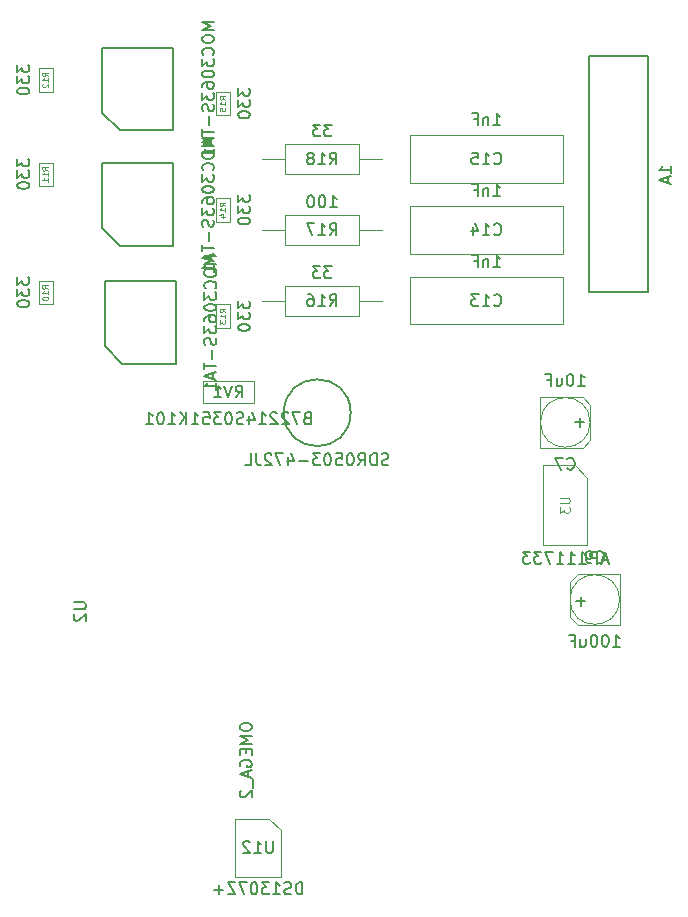
<source format=gbr>
G04 #@! TF.GenerationSoftware,KiCad,Pcbnew,5.0.0-rc2-unknown-bfa8903~65~ubuntu16.04.1*
G04 #@! TF.CreationDate,2018-06-03T14:39:05-05:00*
G04 #@! TF.ProjectId,omega-dock-new,6F6D6567612D646F636B2D6E65772E6B,rev?*
G04 #@! TF.SameCoordinates,Original*
G04 #@! TF.FileFunction,Other,Fab,Bot*
%FSLAX46Y46*%
G04 Gerber Fmt 4.6, Leading zero omitted, Abs format (unit mm)*
G04 Created by KiCad (PCBNEW 5.0.0-rc2-unknown-bfa8903~65~ubuntu16.04.1) date Sun Jun  3 14:39:05 2018*
%MOMM*%
%LPD*%
G01*
G04 APERTURE LIST*
%ADD10C,0.100000*%
%ADD11C,0.150000*%
%ADD12C,0.080000*%
%ADD13C,0.120000*%
G04 APERTURE END LIST*
D10*
G04 #@! TO.C,C13*
X146821244Y-85703214D02*
X146821244Y-81703214D01*
X146821244Y-81703214D02*
X159821244Y-81703214D01*
X159821244Y-81703214D02*
X159821244Y-85703214D01*
X159821244Y-85703214D02*
X146821244Y-85703214D01*
G04 #@! TO.C,C14*
X146821244Y-79703214D02*
X146821244Y-75703214D01*
X146821244Y-75703214D02*
X159821244Y-75703214D01*
X159821244Y-75703214D02*
X159821244Y-79703214D01*
X159821244Y-79703214D02*
X146821244Y-79703214D01*
G04 #@! TO.C,R10*
X115400000Y-84000000D02*
X116600000Y-84000000D01*
X116600000Y-84000000D02*
X116600000Y-82000000D01*
X116600000Y-82000000D02*
X115400000Y-82000000D01*
X115400000Y-82000000D02*
X115400000Y-84000000D01*
G04 #@! TO.C,R11*
X115400000Y-74000000D02*
X116600000Y-74000000D01*
X116600000Y-74000000D02*
X116600000Y-72000000D01*
X116600000Y-72000000D02*
X115400000Y-72000000D01*
X115400000Y-72000000D02*
X115400000Y-74000000D01*
G04 #@! TO.C,R12*
X115400000Y-64000000D02*
X115400000Y-66000000D01*
X116600000Y-64000000D02*
X115400000Y-64000000D01*
X116600000Y-66000000D02*
X116600000Y-64000000D01*
X115400000Y-66000000D02*
X116600000Y-66000000D01*
G04 #@! TO.C,RV1*
X133650000Y-90480000D02*
X133650000Y-92380000D01*
X133650000Y-92380000D02*
X129350000Y-92380000D01*
X129350000Y-92380000D02*
X129350000Y-90480000D01*
X129350000Y-90480000D02*
X133650000Y-90480000D01*
D11*
G04 #@! TO.C,U5*
X127000000Y-89040000D02*
X127000000Y-82040000D01*
X122500000Y-89040000D02*
X127000000Y-89040000D01*
X121000000Y-87540000D02*
X122500000Y-89040000D01*
X121000000Y-82040000D02*
X121000000Y-87540000D01*
X127000000Y-82040000D02*
X121000000Y-82040000D01*
G04 #@! TO.C,U6*
X126802500Y-72040000D02*
X120802500Y-72040000D01*
X120802500Y-72040000D02*
X120802500Y-77540000D01*
X120802500Y-77540000D02*
X122302500Y-79040000D01*
X122302500Y-79040000D02*
X126802500Y-79040000D01*
X126802500Y-79040000D02*
X126802500Y-72040000D01*
G04 #@! TO.C,U7*
X126802500Y-62264048D02*
X120802500Y-62264048D01*
X120802500Y-62264048D02*
X120802500Y-67764048D01*
X120802500Y-67764048D02*
X122302500Y-69264048D01*
X122302500Y-69264048D02*
X126802500Y-69264048D01*
X126802500Y-69264048D02*
X126802500Y-62264048D01*
D10*
G04 #@! TO.C,C15*
X146821244Y-73703214D02*
X146821244Y-69703214D01*
X146821244Y-69703214D02*
X159821244Y-69703214D01*
X159821244Y-69703214D02*
X159821244Y-73703214D01*
X159821244Y-73703214D02*
X146821244Y-73703214D01*
G04 #@! TO.C,R16*
X144481244Y-83703214D02*
X142551244Y-83703214D01*
X134321244Y-83703214D02*
X136251244Y-83703214D01*
X142551244Y-84953214D02*
X136251244Y-84953214D01*
X142551244Y-82453214D02*
X142551244Y-84953214D01*
X136251244Y-82453214D02*
X142551244Y-82453214D01*
X136251244Y-84953214D02*
X136251244Y-82453214D01*
G04 #@! TO.C,R17*
X136251244Y-78953214D02*
X136251244Y-76453214D01*
X136251244Y-76453214D02*
X142551244Y-76453214D01*
X142551244Y-76453214D02*
X142551244Y-78953214D01*
X142551244Y-78953214D02*
X136251244Y-78953214D01*
X134321244Y-77703214D02*
X136251244Y-77703214D01*
X144481244Y-77703214D02*
X142551244Y-77703214D01*
G04 #@! TO.C,R18*
X136251244Y-72953214D02*
X136251244Y-70453214D01*
X136251244Y-70453214D02*
X142551244Y-70453214D01*
X142551244Y-70453214D02*
X142551244Y-72953214D01*
X142551244Y-72953214D02*
X136251244Y-72953214D01*
X134321244Y-71703214D02*
X136251244Y-71703214D01*
X144481244Y-71703214D02*
X142551244Y-71703214D01*
D11*
G04 #@! TO.C,L2*
X141828427Y-93180000D02*
G75*
G03X141828427Y-93180000I-2828427J0D01*
G01*
D10*
G04 #@! TO.C,R13*
X131600000Y-86000000D02*
X131600000Y-84000000D01*
X130400000Y-86000000D02*
X131600000Y-86000000D01*
X130400000Y-84000000D02*
X130400000Y-86000000D01*
X131600000Y-84000000D02*
X130400000Y-84000000D01*
G04 #@! TO.C,R14*
X131600000Y-75000000D02*
X130400000Y-75000000D01*
X130400000Y-75000000D02*
X130400000Y-77000000D01*
X130400000Y-77000000D02*
X131600000Y-77000000D01*
X131600000Y-77000000D02*
X131600000Y-75000000D01*
G04 #@! TO.C,R15*
X131600000Y-66000000D02*
X130400000Y-66000000D01*
X130400000Y-66000000D02*
X130400000Y-68000000D01*
X130400000Y-68000000D02*
X131600000Y-68000000D01*
X131600000Y-68000000D02*
X131600000Y-66000000D01*
G04 #@! TO.C,U3*
X161850000Y-98700000D02*
X160800000Y-97650000D01*
X161850000Y-98700000D02*
X161850000Y-104350000D01*
X160800000Y-97650000D02*
X158150000Y-97650000D01*
X161850000Y-104350000D02*
X158150000Y-104350000D01*
X158150000Y-97650000D02*
X158150000Y-104350000D01*
G04 #@! TO.C,C7*
X162100000Y-94000000D02*
G75*
G03X162100000Y-94000000I-2100000J0D01*
G01*
X157870000Y-96130000D02*
X157870000Y-91870000D01*
X161460000Y-96130000D02*
X157870000Y-96130000D01*
X162130000Y-95460000D02*
X161460000Y-96130000D01*
X162130000Y-92540000D02*
X162130000Y-95460000D01*
X161460000Y-91870000D02*
X162130000Y-92540000D01*
X157870000Y-91870000D02*
X161460000Y-91870000D01*
G04 #@! TO.C,U12*
X134950000Y-127550000D02*
X132050000Y-127550000D01*
X132050000Y-127550000D02*
X132050000Y-132450000D01*
X132050000Y-132450000D02*
X135950000Y-132450000D01*
X135950000Y-132450000D02*
X135950000Y-128550000D01*
X135950000Y-128550000D02*
X134950000Y-127550000D01*
G04 #@! TO.C,C9*
X164600000Y-109000000D02*
G75*
G03X164600000Y-109000000I-2100000J0D01*
G01*
X164630000Y-106870000D02*
X164630000Y-111130000D01*
X161040000Y-106870000D02*
X164630000Y-106870000D01*
X160370000Y-107540000D02*
X161040000Y-106870000D01*
X160370000Y-110460000D02*
X160370000Y-107540000D01*
X161040000Y-111130000D02*
X160370000Y-110460000D01*
X164630000Y-111130000D02*
X161040000Y-111130000D01*
D11*
G04 #@! TO.C,F1*
X167000000Y-63000000D02*
X167000000Y-83000000D01*
X167000000Y-83000000D02*
X162000000Y-83000000D01*
X162000000Y-83000000D02*
X162000000Y-63000000D01*
X162000000Y-63000000D02*
X167000000Y-63000000D01*
G04 #@! TD*
G04 #@! TO.C,C13*
X153916482Y-80845594D02*
X154487910Y-80845594D01*
X154202196Y-80845594D02*
X154202196Y-79845594D01*
X154297434Y-79988452D01*
X154392672Y-80083690D01*
X154487910Y-80131309D01*
X153487910Y-80178928D02*
X153487910Y-80845594D01*
X153487910Y-80274166D02*
X153440291Y-80226547D01*
X153345053Y-80178928D01*
X153202196Y-80178928D01*
X153106958Y-80226547D01*
X153059339Y-80321785D01*
X153059339Y-80845594D01*
X152249815Y-80321785D02*
X152583148Y-80321785D01*
X152583148Y-80845594D02*
X152583148Y-79845594D01*
X152106958Y-79845594D01*
X153964101Y-84060356D02*
X154011720Y-84107975D01*
X154154577Y-84155594D01*
X154249815Y-84155594D01*
X154392672Y-84107975D01*
X154487910Y-84012737D01*
X154535529Y-83917499D01*
X154583148Y-83727023D01*
X154583148Y-83584166D01*
X154535529Y-83393690D01*
X154487910Y-83298452D01*
X154392672Y-83203214D01*
X154249815Y-83155594D01*
X154154577Y-83155594D01*
X154011720Y-83203214D01*
X153964101Y-83250833D01*
X153011720Y-84155594D02*
X153583148Y-84155594D01*
X153297434Y-84155594D02*
X153297434Y-83155594D01*
X153392672Y-83298452D01*
X153487910Y-83393690D01*
X153583148Y-83441309D01*
X152678386Y-83155594D02*
X152059339Y-83155594D01*
X152392672Y-83536547D01*
X152249815Y-83536547D01*
X152154577Y-83584166D01*
X152106958Y-83631785D01*
X152059339Y-83727023D01*
X152059339Y-83965118D01*
X152106958Y-84060356D01*
X152154577Y-84107975D01*
X152249815Y-84155594D01*
X152535529Y-84155594D01*
X152630767Y-84107975D01*
X152678386Y-84060356D01*
G04 #@! TO.C,C14*
X153916482Y-74845594D02*
X154487910Y-74845594D01*
X154202196Y-74845594D02*
X154202196Y-73845594D01*
X154297434Y-73988452D01*
X154392672Y-74083690D01*
X154487910Y-74131309D01*
X153487910Y-74178928D02*
X153487910Y-74845594D01*
X153487910Y-74274166D02*
X153440291Y-74226547D01*
X153345053Y-74178928D01*
X153202196Y-74178928D01*
X153106958Y-74226547D01*
X153059339Y-74321785D01*
X153059339Y-74845594D01*
X152249815Y-74321785D02*
X152583148Y-74321785D01*
X152583148Y-74845594D02*
X152583148Y-73845594D01*
X152106958Y-73845594D01*
X153964101Y-78060356D02*
X154011720Y-78107975D01*
X154154577Y-78155594D01*
X154249815Y-78155594D01*
X154392672Y-78107975D01*
X154487910Y-78012737D01*
X154535529Y-77917499D01*
X154583148Y-77727023D01*
X154583148Y-77584166D01*
X154535529Y-77393690D01*
X154487910Y-77298452D01*
X154392672Y-77203214D01*
X154249815Y-77155594D01*
X154154577Y-77155594D01*
X154011720Y-77203214D01*
X153964101Y-77250833D01*
X153011720Y-78155594D02*
X153583148Y-78155594D01*
X153297434Y-78155594D02*
X153297434Y-77155594D01*
X153392672Y-77298452D01*
X153487910Y-77393690D01*
X153583148Y-77441309D01*
X152154577Y-77488928D02*
X152154577Y-78155594D01*
X152392672Y-77107975D02*
X152630767Y-77822261D01*
X152011720Y-77822261D01*
G04 #@! TO.C,R10*
X113602380Y-81714285D02*
X113602380Y-82333333D01*
X113983333Y-82000000D01*
X113983333Y-82142857D01*
X114030952Y-82238095D01*
X114078571Y-82285714D01*
X114173809Y-82333333D01*
X114411904Y-82333333D01*
X114507142Y-82285714D01*
X114554761Y-82238095D01*
X114602380Y-82142857D01*
X114602380Y-81857142D01*
X114554761Y-81761904D01*
X114507142Y-81714285D01*
X113602380Y-82666666D02*
X113602380Y-83285714D01*
X113983333Y-82952380D01*
X113983333Y-83095238D01*
X114030952Y-83190476D01*
X114078571Y-83238095D01*
X114173809Y-83285714D01*
X114411904Y-83285714D01*
X114507142Y-83238095D01*
X114554761Y-83190476D01*
X114602380Y-83095238D01*
X114602380Y-82809523D01*
X114554761Y-82714285D01*
X114507142Y-82666666D01*
X113602380Y-83904761D02*
X113602380Y-84000000D01*
X113650000Y-84095238D01*
X113697619Y-84142857D01*
X113792857Y-84190476D01*
X113983333Y-84238095D01*
X114221428Y-84238095D01*
X114411904Y-84190476D01*
X114507142Y-84142857D01*
X114554761Y-84095238D01*
X114602380Y-84000000D01*
X114602380Y-83904761D01*
X114554761Y-83809523D01*
X114507142Y-83761904D01*
X114411904Y-83714285D01*
X114221428Y-83666666D01*
X113983333Y-83666666D01*
X113792857Y-83714285D01*
X113697619Y-83761904D01*
X113650000Y-83809523D01*
X113602380Y-83904761D01*
D12*
X116226190Y-82678571D02*
X115988095Y-82511904D01*
X116226190Y-82392857D02*
X115726190Y-82392857D01*
X115726190Y-82583333D01*
X115750000Y-82630952D01*
X115773809Y-82654761D01*
X115821428Y-82678571D01*
X115892857Y-82678571D01*
X115940476Y-82654761D01*
X115964285Y-82630952D01*
X115988095Y-82583333D01*
X115988095Y-82392857D01*
X116226190Y-83154761D02*
X116226190Y-82869047D01*
X116226190Y-83011904D02*
X115726190Y-83011904D01*
X115797619Y-82964285D01*
X115845238Y-82916666D01*
X115869047Y-82869047D01*
X115726190Y-83464285D02*
X115726190Y-83511904D01*
X115750000Y-83559523D01*
X115773809Y-83583333D01*
X115821428Y-83607142D01*
X115916666Y-83630952D01*
X116035714Y-83630952D01*
X116130952Y-83607142D01*
X116178571Y-83583333D01*
X116202380Y-83559523D01*
X116226190Y-83511904D01*
X116226190Y-83464285D01*
X116202380Y-83416666D01*
X116178571Y-83392857D01*
X116130952Y-83369047D01*
X116035714Y-83345238D01*
X115916666Y-83345238D01*
X115821428Y-83369047D01*
X115773809Y-83392857D01*
X115750000Y-83416666D01*
X115726190Y-83464285D01*
G04 #@! TO.C,R11*
D11*
X113602380Y-71714285D02*
X113602380Y-72333333D01*
X113983333Y-72000000D01*
X113983333Y-72142857D01*
X114030952Y-72238095D01*
X114078571Y-72285714D01*
X114173809Y-72333333D01*
X114411904Y-72333333D01*
X114507142Y-72285714D01*
X114554761Y-72238095D01*
X114602380Y-72142857D01*
X114602380Y-71857142D01*
X114554761Y-71761904D01*
X114507142Y-71714285D01*
X113602380Y-72666666D02*
X113602380Y-73285714D01*
X113983333Y-72952380D01*
X113983333Y-73095238D01*
X114030952Y-73190476D01*
X114078571Y-73238095D01*
X114173809Y-73285714D01*
X114411904Y-73285714D01*
X114507142Y-73238095D01*
X114554761Y-73190476D01*
X114602380Y-73095238D01*
X114602380Y-72809523D01*
X114554761Y-72714285D01*
X114507142Y-72666666D01*
X113602380Y-73904761D02*
X113602380Y-74000000D01*
X113650000Y-74095238D01*
X113697619Y-74142857D01*
X113792857Y-74190476D01*
X113983333Y-74238095D01*
X114221428Y-74238095D01*
X114411904Y-74190476D01*
X114507142Y-74142857D01*
X114554761Y-74095238D01*
X114602380Y-74000000D01*
X114602380Y-73904761D01*
X114554761Y-73809523D01*
X114507142Y-73761904D01*
X114411904Y-73714285D01*
X114221428Y-73666666D01*
X113983333Y-73666666D01*
X113792857Y-73714285D01*
X113697619Y-73761904D01*
X113650000Y-73809523D01*
X113602380Y-73904761D01*
D12*
X116226190Y-72678571D02*
X115988095Y-72511904D01*
X116226190Y-72392857D02*
X115726190Y-72392857D01*
X115726190Y-72583333D01*
X115750000Y-72630952D01*
X115773809Y-72654761D01*
X115821428Y-72678571D01*
X115892857Y-72678571D01*
X115940476Y-72654761D01*
X115964285Y-72630952D01*
X115988095Y-72583333D01*
X115988095Y-72392857D01*
X116226190Y-73154761D02*
X116226190Y-72869047D01*
X116226190Y-73011904D02*
X115726190Y-73011904D01*
X115797619Y-72964285D01*
X115845238Y-72916666D01*
X115869047Y-72869047D01*
X116226190Y-73630952D02*
X116226190Y-73345238D01*
X116226190Y-73488095D02*
X115726190Y-73488095D01*
X115797619Y-73440476D01*
X115845238Y-73392857D01*
X115869047Y-73345238D01*
G04 #@! TO.C,R12*
D11*
X113602380Y-63714285D02*
X113602380Y-64333333D01*
X113983333Y-64000000D01*
X113983333Y-64142857D01*
X114030952Y-64238095D01*
X114078571Y-64285714D01*
X114173809Y-64333333D01*
X114411904Y-64333333D01*
X114507142Y-64285714D01*
X114554761Y-64238095D01*
X114602380Y-64142857D01*
X114602380Y-63857142D01*
X114554761Y-63761904D01*
X114507142Y-63714285D01*
X113602380Y-64666666D02*
X113602380Y-65285714D01*
X113983333Y-64952380D01*
X113983333Y-65095238D01*
X114030952Y-65190476D01*
X114078571Y-65238095D01*
X114173809Y-65285714D01*
X114411904Y-65285714D01*
X114507142Y-65238095D01*
X114554761Y-65190476D01*
X114602380Y-65095238D01*
X114602380Y-64809523D01*
X114554761Y-64714285D01*
X114507142Y-64666666D01*
X113602380Y-65904761D02*
X113602380Y-66000000D01*
X113650000Y-66095238D01*
X113697619Y-66142857D01*
X113792857Y-66190476D01*
X113983333Y-66238095D01*
X114221428Y-66238095D01*
X114411904Y-66190476D01*
X114507142Y-66142857D01*
X114554761Y-66095238D01*
X114602380Y-66000000D01*
X114602380Y-65904761D01*
X114554761Y-65809523D01*
X114507142Y-65761904D01*
X114411904Y-65714285D01*
X114221428Y-65666666D01*
X113983333Y-65666666D01*
X113792857Y-65714285D01*
X113697619Y-65761904D01*
X113650000Y-65809523D01*
X113602380Y-65904761D01*
D12*
X116226190Y-64678571D02*
X115988095Y-64511904D01*
X116226190Y-64392857D02*
X115726190Y-64392857D01*
X115726190Y-64583333D01*
X115750000Y-64630952D01*
X115773809Y-64654761D01*
X115821428Y-64678571D01*
X115892857Y-64678571D01*
X115940476Y-64654761D01*
X115964285Y-64630952D01*
X115988095Y-64583333D01*
X115988095Y-64392857D01*
X116226190Y-65154761D02*
X116226190Y-64869047D01*
X116226190Y-65011904D02*
X115726190Y-65011904D01*
X115797619Y-64964285D01*
X115845238Y-64916666D01*
X115869047Y-64869047D01*
X115773809Y-65345238D02*
X115750000Y-65369047D01*
X115726190Y-65416666D01*
X115726190Y-65535714D01*
X115750000Y-65583333D01*
X115773809Y-65607142D01*
X115821428Y-65630952D01*
X115869047Y-65630952D01*
X115940476Y-65607142D01*
X116226190Y-65321428D01*
X116226190Y-65630952D01*
G04 #@! TO.C,RV1*
D11*
X138119047Y-93618571D02*
X137976190Y-93666190D01*
X137928571Y-93713809D01*
X137880952Y-93809047D01*
X137880952Y-93951904D01*
X137928571Y-94047142D01*
X137976190Y-94094761D01*
X138071428Y-94142380D01*
X138452380Y-94142380D01*
X138452380Y-93142380D01*
X138119047Y-93142380D01*
X138023809Y-93190000D01*
X137976190Y-93237619D01*
X137928571Y-93332857D01*
X137928571Y-93428095D01*
X137976190Y-93523333D01*
X138023809Y-93570952D01*
X138119047Y-93618571D01*
X138452380Y-93618571D01*
X137547619Y-93142380D02*
X136880952Y-93142380D01*
X137309523Y-94142380D01*
X136547619Y-93237619D02*
X136500000Y-93190000D01*
X136404761Y-93142380D01*
X136166666Y-93142380D01*
X136071428Y-93190000D01*
X136023809Y-93237619D01*
X135976190Y-93332857D01*
X135976190Y-93428095D01*
X136023809Y-93570952D01*
X136595238Y-94142380D01*
X135976190Y-94142380D01*
X135595238Y-93237619D02*
X135547619Y-93190000D01*
X135452380Y-93142380D01*
X135214285Y-93142380D01*
X135119047Y-93190000D01*
X135071428Y-93237619D01*
X135023809Y-93332857D01*
X135023809Y-93428095D01*
X135071428Y-93570952D01*
X135642857Y-94142380D01*
X135023809Y-94142380D01*
X134071428Y-94142380D02*
X134642857Y-94142380D01*
X134357142Y-94142380D02*
X134357142Y-93142380D01*
X134452380Y-93285238D01*
X134547619Y-93380476D01*
X134642857Y-93428095D01*
X133214285Y-93475714D02*
X133214285Y-94142380D01*
X133452380Y-93094761D02*
X133690476Y-93809047D01*
X133071428Y-93809047D01*
X132738095Y-94094761D02*
X132595238Y-94142380D01*
X132357142Y-94142380D01*
X132261904Y-94094761D01*
X132214285Y-94047142D01*
X132166666Y-93951904D01*
X132166666Y-93856666D01*
X132214285Y-93761428D01*
X132261904Y-93713809D01*
X132357142Y-93666190D01*
X132547619Y-93618571D01*
X132642857Y-93570952D01*
X132690476Y-93523333D01*
X132738095Y-93428095D01*
X132738095Y-93332857D01*
X132690476Y-93237619D01*
X132642857Y-93190000D01*
X132547619Y-93142380D01*
X132309523Y-93142380D01*
X132166666Y-93190000D01*
X131547619Y-93142380D02*
X131452380Y-93142380D01*
X131357142Y-93190000D01*
X131309523Y-93237619D01*
X131261904Y-93332857D01*
X131214285Y-93523333D01*
X131214285Y-93761428D01*
X131261904Y-93951904D01*
X131309523Y-94047142D01*
X131357142Y-94094761D01*
X131452380Y-94142380D01*
X131547619Y-94142380D01*
X131642857Y-94094761D01*
X131690476Y-94047142D01*
X131738095Y-93951904D01*
X131785714Y-93761428D01*
X131785714Y-93523333D01*
X131738095Y-93332857D01*
X131690476Y-93237619D01*
X131642857Y-93190000D01*
X131547619Y-93142380D01*
X130880952Y-93142380D02*
X130261904Y-93142380D01*
X130595238Y-93523333D01*
X130452380Y-93523333D01*
X130357142Y-93570952D01*
X130309523Y-93618571D01*
X130261904Y-93713809D01*
X130261904Y-93951904D01*
X130309523Y-94047142D01*
X130357142Y-94094761D01*
X130452380Y-94142380D01*
X130738095Y-94142380D01*
X130833333Y-94094761D01*
X130880952Y-94047142D01*
X129357142Y-93142380D02*
X129833333Y-93142380D01*
X129880952Y-93618571D01*
X129833333Y-93570952D01*
X129738095Y-93523333D01*
X129500000Y-93523333D01*
X129404761Y-93570952D01*
X129357142Y-93618571D01*
X129309523Y-93713809D01*
X129309523Y-93951904D01*
X129357142Y-94047142D01*
X129404761Y-94094761D01*
X129500000Y-94142380D01*
X129738095Y-94142380D01*
X129833333Y-94094761D01*
X129880952Y-94047142D01*
X128357142Y-94142380D02*
X128928571Y-94142380D01*
X128642857Y-94142380D02*
X128642857Y-93142380D01*
X128738095Y-93285238D01*
X128833333Y-93380476D01*
X128928571Y-93428095D01*
X127928571Y-94142380D02*
X127928571Y-93142380D01*
X127357142Y-94142380D02*
X127785714Y-93570952D01*
X127357142Y-93142380D02*
X127928571Y-93713809D01*
X126404761Y-94142380D02*
X126976190Y-94142380D01*
X126690476Y-94142380D02*
X126690476Y-93142380D01*
X126785714Y-93285238D01*
X126880952Y-93380476D01*
X126976190Y-93428095D01*
X125785714Y-93142380D02*
X125690476Y-93142380D01*
X125595238Y-93190000D01*
X125547619Y-93237619D01*
X125500000Y-93332857D01*
X125452380Y-93523333D01*
X125452380Y-93761428D01*
X125500000Y-93951904D01*
X125547619Y-94047142D01*
X125595238Y-94094761D01*
X125690476Y-94142380D01*
X125785714Y-94142380D01*
X125880952Y-94094761D01*
X125928571Y-94047142D01*
X125976190Y-93951904D01*
X126023809Y-93761428D01*
X126023809Y-93523333D01*
X125976190Y-93332857D01*
X125928571Y-93237619D01*
X125880952Y-93190000D01*
X125785714Y-93142380D01*
X124500000Y-94142380D02*
X125071428Y-94142380D01*
X124785714Y-94142380D02*
X124785714Y-93142380D01*
X124880952Y-93285238D01*
X124976190Y-93380476D01*
X125071428Y-93428095D01*
X132095238Y-91882380D02*
X132428571Y-91406190D01*
X132666666Y-91882380D02*
X132666666Y-90882380D01*
X132285714Y-90882380D01*
X132190476Y-90930000D01*
X132142857Y-90977619D01*
X132095238Y-91072857D01*
X132095238Y-91215714D01*
X132142857Y-91310952D01*
X132190476Y-91358571D01*
X132285714Y-91406190D01*
X132666666Y-91406190D01*
X131809523Y-90882380D02*
X131476190Y-91882380D01*
X131142857Y-90882380D01*
X130285714Y-91882380D02*
X130857142Y-91882380D01*
X130571428Y-91882380D02*
X130571428Y-90882380D01*
X130666666Y-91025238D01*
X130761904Y-91120476D01*
X130857142Y-91168095D01*
G04 #@! TO.C,U5*
X130452380Y-79897142D02*
X129452380Y-79897142D01*
X130166666Y-80230476D01*
X129452380Y-80563809D01*
X130452380Y-80563809D01*
X129452380Y-81230476D02*
X129452380Y-81420952D01*
X129500000Y-81516190D01*
X129595238Y-81611428D01*
X129785714Y-81659047D01*
X130119047Y-81659047D01*
X130309523Y-81611428D01*
X130404761Y-81516190D01*
X130452380Y-81420952D01*
X130452380Y-81230476D01*
X130404761Y-81135238D01*
X130309523Y-81040000D01*
X130119047Y-80992380D01*
X129785714Y-80992380D01*
X129595238Y-81040000D01*
X129500000Y-81135238D01*
X129452380Y-81230476D01*
X130357142Y-82659047D02*
X130404761Y-82611428D01*
X130452380Y-82468571D01*
X130452380Y-82373333D01*
X130404761Y-82230476D01*
X130309523Y-82135238D01*
X130214285Y-82087619D01*
X130023809Y-82040000D01*
X129880952Y-82040000D01*
X129690476Y-82087619D01*
X129595238Y-82135238D01*
X129500000Y-82230476D01*
X129452380Y-82373333D01*
X129452380Y-82468571D01*
X129500000Y-82611428D01*
X129547619Y-82659047D01*
X129452380Y-82992380D02*
X129452380Y-83611428D01*
X129833333Y-83278095D01*
X129833333Y-83420952D01*
X129880952Y-83516190D01*
X129928571Y-83563809D01*
X130023809Y-83611428D01*
X130261904Y-83611428D01*
X130357142Y-83563809D01*
X130404761Y-83516190D01*
X130452380Y-83420952D01*
X130452380Y-83135238D01*
X130404761Y-83040000D01*
X130357142Y-82992380D01*
X129452380Y-84230476D02*
X129452380Y-84325714D01*
X129500000Y-84420952D01*
X129547619Y-84468571D01*
X129642857Y-84516190D01*
X129833333Y-84563809D01*
X130071428Y-84563809D01*
X130261904Y-84516190D01*
X130357142Y-84468571D01*
X130404761Y-84420952D01*
X130452380Y-84325714D01*
X130452380Y-84230476D01*
X130404761Y-84135238D01*
X130357142Y-84087619D01*
X130261904Y-84040000D01*
X130071428Y-83992380D01*
X129833333Y-83992380D01*
X129642857Y-84040000D01*
X129547619Y-84087619D01*
X129500000Y-84135238D01*
X129452380Y-84230476D01*
X129452380Y-85420952D02*
X129452380Y-85230476D01*
X129500000Y-85135238D01*
X129547619Y-85087619D01*
X129690476Y-84992380D01*
X129880952Y-84944761D01*
X130261904Y-84944761D01*
X130357142Y-84992380D01*
X130404761Y-85040000D01*
X130452380Y-85135238D01*
X130452380Y-85325714D01*
X130404761Y-85420952D01*
X130357142Y-85468571D01*
X130261904Y-85516190D01*
X130023809Y-85516190D01*
X129928571Y-85468571D01*
X129880952Y-85420952D01*
X129833333Y-85325714D01*
X129833333Y-85135238D01*
X129880952Y-85040000D01*
X129928571Y-84992380D01*
X130023809Y-84944761D01*
X129452380Y-85849523D02*
X129452380Y-86468571D01*
X129833333Y-86135238D01*
X129833333Y-86278095D01*
X129880952Y-86373333D01*
X129928571Y-86420952D01*
X130023809Y-86468571D01*
X130261904Y-86468571D01*
X130357142Y-86420952D01*
X130404761Y-86373333D01*
X130452380Y-86278095D01*
X130452380Y-85992380D01*
X130404761Y-85897142D01*
X130357142Y-85849523D01*
X130404761Y-86849523D02*
X130452380Y-86992380D01*
X130452380Y-87230476D01*
X130404761Y-87325714D01*
X130357142Y-87373333D01*
X130261904Y-87420952D01*
X130166666Y-87420952D01*
X130071428Y-87373333D01*
X130023809Y-87325714D01*
X129976190Y-87230476D01*
X129928571Y-87040000D01*
X129880952Y-86944761D01*
X129833333Y-86897142D01*
X129738095Y-86849523D01*
X129642857Y-86849523D01*
X129547619Y-86897142D01*
X129500000Y-86944761D01*
X129452380Y-87040000D01*
X129452380Y-87278095D01*
X129500000Y-87420952D01*
X130071428Y-87849523D02*
X130071428Y-88611428D01*
X129452380Y-88944761D02*
X129452380Y-89516190D01*
X130452380Y-89230476D02*
X129452380Y-89230476D01*
X130166666Y-89801904D02*
X130166666Y-90278095D01*
X130452380Y-89706666D02*
X129452380Y-90040000D01*
X130452380Y-90373333D01*
X130452380Y-91230476D02*
X130452380Y-90659047D01*
X130452380Y-90944761D02*
X129452380Y-90944761D01*
X129595238Y-90849523D01*
X129690476Y-90754285D01*
X129738095Y-90659047D01*
G04 #@! TO.C,U6*
X130254880Y-69897142D02*
X129254880Y-69897142D01*
X129969166Y-70230476D01*
X129254880Y-70563809D01*
X130254880Y-70563809D01*
X129254880Y-71230476D02*
X129254880Y-71420952D01*
X129302500Y-71516190D01*
X129397738Y-71611428D01*
X129588214Y-71659047D01*
X129921547Y-71659047D01*
X130112023Y-71611428D01*
X130207261Y-71516190D01*
X130254880Y-71420952D01*
X130254880Y-71230476D01*
X130207261Y-71135238D01*
X130112023Y-71040000D01*
X129921547Y-70992380D01*
X129588214Y-70992380D01*
X129397738Y-71040000D01*
X129302500Y-71135238D01*
X129254880Y-71230476D01*
X130159642Y-72659047D02*
X130207261Y-72611428D01*
X130254880Y-72468571D01*
X130254880Y-72373333D01*
X130207261Y-72230476D01*
X130112023Y-72135238D01*
X130016785Y-72087619D01*
X129826309Y-72040000D01*
X129683452Y-72040000D01*
X129492976Y-72087619D01*
X129397738Y-72135238D01*
X129302500Y-72230476D01*
X129254880Y-72373333D01*
X129254880Y-72468571D01*
X129302500Y-72611428D01*
X129350119Y-72659047D01*
X129254880Y-72992380D02*
X129254880Y-73611428D01*
X129635833Y-73278095D01*
X129635833Y-73420952D01*
X129683452Y-73516190D01*
X129731071Y-73563809D01*
X129826309Y-73611428D01*
X130064404Y-73611428D01*
X130159642Y-73563809D01*
X130207261Y-73516190D01*
X130254880Y-73420952D01*
X130254880Y-73135238D01*
X130207261Y-73040000D01*
X130159642Y-72992380D01*
X129254880Y-74230476D02*
X129254880Y-74325714D01*
X129302500Y-74420952D01*
X129350119Y-74468571D01*
X129445357Y-74516190D01*
X129635833Y-74563809D01*
X129873928Y-74563809D01*
X130064404Y-74516190D01*
X130159642Y-74468571D01*
X130207261Y-74420952D01*
X130254880Y-74325714D01*
X130254880Y-74230476D01*
X130207261Y-74135238D01*
X130159642Y-74087619D01*
X130064404Y-74040000D01*
X129873928Y-73992380D01*
X129635833Y-73992380D01*
X129445357Y-74040000D01*
X129350119Y-74087619D01*
X129302500Y-74135238D01*
X129254880Y-74230476D01*
X129254880Y-75420952D02*
X129254880Y-75230476D01*
X129302500Y-75135238D01*
X129350119Y-75087619D01*
X129492976Y-74992380D01*
X129683452Y-74944761D01*
X130064404Y-74944761D01*
X130159642Y-74992380D01*
X130207261Y-75040000D01*
X130254880Y-75135238D01*
X130254880Y-75325714D01*
X130207261Y-75420952D01*
X130159642Y-75468571D01*
X130064404Y-75516190D01*
X129826309Y-75516190D01*
X129731071Y-75468571D01*
X129683452Y-75420952D01*
X129635833Y-75325714D01*
X129635833Y-75135238D01*
X129683452Y-75040000D01*
X129731071Y-74992380D01*
X129826309Y-74944761D01*
X129254880Y-75849523D02*
X129254880Y-76468571D01*
X129635833Y-76135238D01*
X129635833Y-76278095D01*
X129683452Y-76373333D01*
X129731071Y-76420952D01*
X129826309Y-76468571D01*
X130064404Y-76468571D01*
X130159642Y-76420952D01*
X130207261Y-76373333D01*
X130254880Y-76278095D01*
X130254880Y-75992380D01*
X130207261Y-75897142D01*
X130159642Y-75849523D01*
X130207261Y-76849523D02*
X130254880Y-76992380D01*
X130254880Y-77230476D01*
X130207261Y-77325714D01*
X130159642Y-77373333D01*
X130064404Y-77420952D01*
X129969166Y-77420952D01*
X129873928Y-77373333D01*
X129826309Y-77325714D01*
X129778690Y-77230476D01*
X129731071Y-77040000D01*
X129683452Y-76944761D01*
X129635833Y-76897142D01*
X129540595Y-76849523D01*
X129445357Y-76849523D01*
X129350119Y-76897142D01*
X129302500Y-76944761D01*
X129254880Y-77040000D01*
X129254880Y-77278095D01*
X129302500Y-77420952D01*
X129873928Y-77849523D02*
X129873928Y-78611428D01*
X129254880Y-78944761D02*
X129254880Y-79516190D01*
X130254880Y-79230476D02*
X129254880Y-79230476D01*
X129969166Y-79801904D02*
X129969166Y-80278095D01*
X130254880Y-79706666D02*
X129254880Y-80040000D01*
X130254880Y-80373333D01*
X130254880Y-81230476D02*
X130254880Y-80659047D01*
X130254880Y-80944761D02*
X129254880Y-80944761D01*
X129397738Y-80849523D01*
X129492976Y-80754285D01*
X129540595Y-80659047D01*
G04 #@! TO.C,U7*
X130254880Y-60121190D02*
X129254880Y-60121190D01*
X129969166Y-60454524D01*
X129254880Y-60787857D01*
X130254880Y-60787857D01*
X129254880Y-61454524D02*
X129254880Y-61645000D01*
X129302500Y-61740238D01*
X129397738Y-61835476D01*
X129588214Y-61883095D01*
X129921547Y-61883095D01*
X130112023Y-61835476D01*
X130207261Y-61740238D01*
X130254880Y-61645000D01*
X130254880Y-61454524D01*
X130207261Y-61359286D01*
X130112023Y-61264048D01*
X129921547Y-61216428D01*
X129588214Y-61216428D01*
X129397738Y-61264048D01*
X129302500Y-61359286D01*
X129254880Y-61454524D01*
X130159642Y-62883095D02*
X130207261Y-62835476D01*
X130254880Y-62692619D01*
X130254880Y-62597381D01*
X130207261Y-62454524D01*
X130112023Y-62359286D01*
X130016785Y-62311667D01*
X129826309Y-62264048D01*
X129683452Y-62264048D01*
X129492976Y-62311667D01*
X129397738Y-62359286D01*
X129302500Y-62454524D01*
X129254880Y-62597381D01*
X129254880Y-62692619D01*
X129302500Y-62835476D01*
X129350119Y-62883095D01*
X129254880Y-63216428D02*
X129254880Y-63835476D01*
X129635833Y-63502143D01*
X129635833Y-63645000D01*
X129683452Y-63740238D01*
X129731071Y-63787857D01*
X129826309Y-63835476D01*
X130064404Y-63835476D01*
X130159642Y-63787857D01*
X130207261Y-63740238D01*
X130254880Y-63645000D01*
X130254880Y-63359286D01*
X130207261Y-63264048D01*
X130159642Y-63216428D01*
X129254880Y-64454524D02*
X129254880Y-64549762D01*
X129302500Y-64645000D01*
X129350119Y-64692619D01*
X129445357Y-64740238D01*
X129635833Y-64787857D01*
X129873928Y-64787857D01*
X130064404Y-64740238D01*
X130159642Y-64692619D01*
X130207261Y-64645000D01*
X130254880Y-64549762D01*
X130254880Y-64454524D01*
X130207261Y-64359286D01*
X130159642Y-64311667D01*
X130064404Y-64264048D01*
X129873928Y-64216428D01*
X129635833Y-64216428D01*
X129445357Y-64264048D01*
X129350119Y-64311667D01*
X129302500Y-64359286D01*
X129254880Y-64454524D01*
X129254880Y-65645000D02*
X129254880Y-65454524D01*
X129302500Y-65359286D01*
X129350119Y-65311667D01*
X129492976Y-65216428D01*
X129683452Y-65168809D01*
X130064404Y-65168809D01*
X130159642Y-65216428D01*
X130207261Y-65264048D01*
X130254880Y-65359286D01*
X130254880Y-65549762D01*
X130207261Y-65645000D01*
X130159642Y-65692619D01*
X130064404Y-65740238D01*
X129826309Y-65740238D01*
X129731071Y-65692619D01*
X129683452Y-65645000D01*
X129635833Y-65549762D01*
X129635833Y-65359286D01*
X129683452Y-65264048D01*
X129731071Y-65216428D01*
X129826309Y-65168809D01*
X129254880Y-66073571D02*
X129254880Y-66692619D01*
X129635833Y-66359286D01*
X129635833Y-66502143D01*
X129683452Y-66597381D01*
X129731071Y-66645000D01*
X129826309Y-66692619D01*
X130064404Y-66692619D01*
X130159642Y-66645000D01*
X130207261Y-66597381D01*
X130254880Y-66502143D01*
X130254880Y-66216428D01*
X130207261Y-66121190D01*
X130159642Y-66073571D01*
X130207261Y-67073571D02*
X130254880Y-67216428D01*
X130254880Y-67454524D01*
X130207261Y-67549762D01*
X130159642Y-67597381D01*
X130064404Y-67645000D01*
X129969166Y-67645000D01*
X129873928Y-67597381D01*
X129826309Y-67549762D01*
X129778690Y-67454524D01*
X129731071Y-67264048D01*
X129683452Y-67168809D01*
X129635833Y-67121190D01*
X129540595Y-67073571D01*
X129445357Y-67073571D01*
X129350119Y-67121190D01*
X129302500Y-67168809D01*
X129254880Y-67264048D01*
X129254880Y-67502143D01*
X129302500Y-67645000D01*
X129873928Y-68073571D02*
X129873928Y-68835476D01*
X129254880Y-69168809D02*
X129254880Y-69740238D01*
X130254880Y-69454524D02*
X129254880Y-69454524D01*
X129969166Y-70025952D02*
X129969166Y-70502143D01*
X130254880Y-69930714D02*
X129254880Y-70264048D01*
X130254880Y-70597381D01*
X130254880Y-71454524D02*
X130254880Y-70883095D01*
X130254880Y-71168809D02*
X129254880Y-71168809D01*
X129397738Y-71073571D01*
X129492976Y-70978333D01*
X129540595Y-70883095D01*
G04 #@! TO.C,C15*
X153916482Y-68845594D02*
X154487910Y-68845594D01*
X154202196Y-68845594D02*
X154202196Y-67845594D01*
X154297434Y-67988452D01*
X154392672Y-68083690D01*
X154487910Y-68131309D01*
X153487910Y-68178928D02*
X153487910Y-68845594D01*
X153487910Y-68274166D02*
X153440291Y-68226547D01*
X153345053Y-68178928D01*
X153202196Y-68178928D01*
X153106958Y-68226547D01*
X153059339Y-68321785D01*
X153059339Y-68845594D01*
X152249815Y-68321785D02*
X152583148Y-68321785D01*
X152583148Y-68845594D02*
X152583148Y-67845594D01*
X152106958Y-67845594D01*
X153964101Y-72060356D02*
X154011720Y-72107975D01*
X154154577Y-72155594D01*
X154249815Y-72155594D01*
X154392672Y-72107975D01*
X154487910Y-72012737D01*
X154535529Y-71917499D01*
X154583148Y-71727023D01*
X154583148Y-71584166D01*
X154535529Y-71393690D01*
X154487910Y-71298452D01*
X154392672Y-71203214D01*
X154249815Y-71155594D01*
X154154577Y-71155594D01*
X154011720Y-71203214D01*
X153964101Y-71250833D01*
X153011720Y-72155594D02*
X153583148Y-72155594D01*
X153297434Y-72155594D02*
X153297434Y-71155594D01*
X153392672Y-71298452D01*
X153487910Y-71393690D01*
X153583148Y-71441309D01*
X152106958Y-71155594D02*
X152583148Y-71155594D01*
X152630767Y-71631785D01*
X152583148Y-71584166D01*
X152487910Y-71536547D01*
X152249815Y-71536547D01*
X152154577Y-71584166D01*
X152106958Y-71631785D01*
X152059339Y-71727023D01*
X152059339Y-71965118D01*
X152106958Y-72060356D01*
X152154577Y-72107975D01*
X152249815Y-72155594D01*
X152487910Y-72155594D01*
X152583148Y-72107975D01*
X152630767Y-72060356D01*
G04 #@! TO.C,R16*
X140210767Y-80785594D02*
X139591720Y-80785594D01*
X139925053Y-81166547D01*
X139782196Y-81166547D01*
X139686958Y-81214166D01*
X139639339Y-81261785D01*
X139591720Y-81357023D01*
X139591720Y-81595118D01*
X139639339Y-81690356D01*
X139686958Y-81737975D01*
X139782196Y-81785594D01*
X140067910Y-81785594D01*
X140163148Y-81737975D01*
X140210767Y-81690356D01*
X139258386Y-80785594D02*
X138639339Y-80785594D01*
X138972672Y-81166547D01*
X138829815Y-81166547D01*
X138734577Y-81214166D01*
X138686958Y-81261785D01*
X138639339Y-81357023D01*
X138639339Y-81595118D01*
X138686958Y-81690356D01*
X138734577Y-81737975D01*
X138829815Y-81785594D01*
X139115529Y-81785594D01*
X139210767Y-81737975D01*
X139258386Y-81690356D01*
X140044101Y-84155594D02*
X140377434Y-83679404D01*
X140615529Y-84155594D02*
X140615529Y-83155594D01*
X140234577Y-83155594D01*
X140139339Y-83203214D01*
X140091720Y-83250833D01*
X140044101Y-83346071D01*
X140044101Y-83488928D01*
X140091720Y-83584166D01*
X140139339Y-83631785D01*
X140234577Y-83679404D01*
X140615529Y-83679404D01*
X139091720Y-84155594D02*
X139663148Y-84155594D01*
X139377434Y-84155594D02*
X139377434Y-83155594D01*
X139472672Y-83298452D01*
X139567910Y-83393690D01*
X139663148Y-83441309D01*
X138234577Y-83155594D02*
X138425053Y-83155594D01*
X138520291Y-83203214D01*
X138567910Y-83250833D01*
X138663148Y-83393690D01*
X138710767Y-83584166D01*
X138710767Y-83965118D01*
X138663148Y-84060356D01*
X138615529Y-84107975D01*
X138520291Y-84155594D01*
X138329815Y-84155594D01*
X138234577Y-84107975D01*
X138186958Y-84060356D01*
X138139339Y-83965118D01*
X138139339Y-83727023D01*
X138186958Y-83631785D01*
X138234577Y-83584166D01*
X138329815Y-83536547D01*
X138520291Y-83536547D01*
X138615529Y-83584166D01*
X138663148Y-83631785D01*
X138710767Y-83727023D01*
G04 #@! TO.C,R17*
X140067910Y-75785594D02*
X140639339Y-75785594D01*
X140353624Y-75785594D02*
X140353624Y-74785594D01*
X140448863Y-74928452D01*
X140544101Y-75023690D01*
X140639339Y-75071309D01*
X139448863Y-74785594D02*
X139353624Y-74785594D01*
X139258386Y-74833214D01*
X139210767Y-74880833D01*
X139163148Y-74976071D01*
X139115529Y-75166547D01*
X139115529Y-75404642D01*
X139163148Y-75595118D01*
X139210767Y-75690356D01*
X139258386Y-75737975D01*
X139353624Y-75785594D01*
X139448863Y-75785594D01*
X139544101Y-75737975D01*
X139591720Y-75690356D01*
X139639339Y-75595118D01*
X139686958Y-75404642D01*
X139686958Y-75166547D01*
X139639339Y-74976071D01*
X139591720Y-74880833D01*
X139544101Y-74833214D01*
X139448863Y-74785594D01*
X138496482Y-74785594D02*
X138401244Y-74785594D01*
X138306005Y-74833214D01*
X138258386Y-74880833D01*
X138210767Y-74976071D01*
X138163148Y-75166547D01*
X138163148Y-75404642D01*
X138210767Y-75595118D01*
X138258386Y-75690356D01*
X138306005Y-75737975D01*
X138401244Y-75785594D01*
X138496482Y-75785594D01*
X138591720Y-75737975D01*
X138639339Y-75690356D01*
X138686958Y-75595118D01*
X138734577Y-75404642D01*
X138734577Y-75166547D01*
X138686958Y-74976071D01*
X138639339Y-74880833D01*
X138591720Y-74833214D01*
X138496482Y-74785594D01*
X140044101Y-78155594D02*
X140377434Y-77679404D01*
X140615529Y-78155594D02*
X140615529Y-77155594D01*
X140234577Y-77155594D01*
X140139339Y-77203214D01*
X140091720Y-77250833D01*
X140044101Y-77346071D01*
X140044101Y-77488928D01*
X140091720Y-77584166D01*
X140139339Y-77631785D01*
X140234577Y-77679404D01*
X140615529Y-77679404D01*
X139091720Y-78155594D02*
X139663148Y-78155594D01*
X139377434Y-78155594D02*
X139377434Y-77155594D01*
X139472672Y-77298452D01*
X139567910Y-77393690D01*
X139663148Y-77441309D01*
X138758386Y-77155594D02*
X138091720Y-77155594D01*
X138520291Y-78155594D01*
G04 #@! TO.C,R18*
X140210767Y-68785594D02*
X139591720Y-68785594D01*
X139925053Y-69166547D01*
X139782196Y-69166547D01*
X139686958Y-69214166D01*
X139639339Y-69261785D01*
X139591720Y-69357023D01*
X139591720Y-69595118D01*
X139639339Y-69690356D01*
X139686958Y-69737975D01*
X139782196Y-69785594D01*
X140067910Y-69785594D01*
X140163148Y-69737975D01*
X140210767Y-69690356D01*
X139258386Y-68785594D02*
X138639339Y-68785594D01*
X138972672Y-69166547D01*
X138829815Y-69166547D01*
X138734577Y-69214166D01*
X138686958Y-69261785D01*
X138639339Y-69357023D01*
X138639339Y-69595118D01*
X138686958Y-69690356D01*
X138734577Y-69737975D01*
X138829815Y-69785594D01*
X139115529Y-69785594D01*
X139210767Y-69737975D01*
X139258386Y-69690356D01*
X140044101Y-72155594D02*
X140377434Y-71679404D01*
X140615529Y-72155594D02*
X140615529Y-71155594D01*
X140234577Y-71155594D01*
X140139339Y-71203214D01*
X140091720Y-71250833D01*
X140044101Y-71346071D01*
X140044101Y-71488928D01*
X140091720Y-71584166D01*
X140139339Y-71631785D01*
X140234577Y-71679404D01*
X140615529Y-71679404D01*
X139091720Y-72155594D02*
X139663148Y-72155594D01*
X139377434Y-72155594D02*
X139377434Y-71155594D01*
X139472672Y-71298452D01*
X139567910Y-71393690D01*
X139663148Y-71441309D01*
X138520291Y-71584166D02*
X138615529Y-71536547D01*
X138663148Y-71488928D01*
X138710767Y-71393690D01*
X138710767Y-71346071D01*
X138663148Y-71250833D01*
X138615529Y-71203214D01*
X138520291Y-71155594D01*
X138329815Y-71155594D01*
X138234577Y-71203214D01*
X138186958Y-71250833D01*
X138139339Y-71346071D01*
X138139339Y-71393690D01*
X138186958Y-71488928D01*
X138234577Y-71536547D01*
X138329815Y-71584166D01*
X138520291Y-71584166D01*
X138615529Y-71631785D01*
X138663148Y-71679404D01*
X138710767Y-71774642D01*
X138710767Y-71965118D01*
X138663148Y-72060356D01*
X138615529Y-72107975D01*
X138520291Y-72155594D01*
X138329815Y-72155594D01*
X138234577Y-72107975D01*
X138186958Y-72060356D01*
X138139339Y-71965118D01*
X138139339Y-71774642D01*
X138186958Y-71679404D01*
X138234577Y-71631785D01*
X138329815Y-71584166D01*
G04 #@! TO.C,L2*
X145023809Y-97584761D02*
X144880952Y-97632380D01*
X144642857Y-97632380D01*
X144547619Y-97584761D01*
X144500000Y-97537142D01*
X144452380Y-97441904D01*
X144452380Y-97346666D01*
X144500000Y-97251428D01*
X144547619Y-97203809D01*
X144642857Y-97156190D01*
X144833333Y-97108571D01*
X144928571Y-97060952D01*
X144976190Y-97013333D01*
X145023809Y-96918095D01*
X145023809Y-96822857D01*
X144976190Y-96727619D01*
X144928571Y-96680000D01*
X144833333Y-96632380D01*
X144595238Y-96632380D01*
X144452380Y-96680000D01*
X144023809Y-97632380D02*
X144023809Y-96632380D01*
X143785714Y-96632380D01*
X143642857Y-96680000D01*
X143547619Y-96775238D01*
X143500000Y-96870476D01*
X143452380Y-97060952D01*
X143452380Y-97203809D01*
X143500000Y-97394285D01*
X143547619Y-97489523D01*
X143642857Y-97584761D01*
X143785714Y-97632380D01*
X144023809Y-97632380D01*
X142452380Y-97632380D02*
X142785714Y-97156190D01*
X143023809Y-97632380D02*
X143023809Y-96632380D01*
X142642857Y-96632380D01*
X142547619Y-96680000D01*
X142500000Y-96727619D01*
X142452380Y-96822857D01*
X142452380Y-96965714D01*
X142500000Y-97060952D01*
X142547619Y-97108571D01*
X142642857Y-97156190D01*
X143023809Y-97156190D01*
X141833333Y-96632380D02*
X141738095Y-96632380D01*
X141642857Y-96680000D01*
X141595238Y-96727619D01*
X141547619Y-96822857D01*
X141500000Y-97013333D01*
X141500000Y-97251428D01*
X141547619Y-97441904D01*
X141595238Y-97537142D01*
X141642857Y-97584761D01*
X141738095Y-97632380D01*
X141833333Y-97632380D01*
X141928571Y-97584761D01*
X141976190Y-97537142D01*
X142023809Y-97441904D01*
X142071428Y-97251428D01*
X142071428Y-97013333D01*
X142023809Y-96822857D01*
X141976190Y-96727619D01*
X141928571Y-96680000D01*
X141833333Y-96632380D01*
X140595238Y-96632380D02*
X141071428Y-96632380D01*
X141119047Y-97108571D01*
X141071428Y-97060952D01*
X140976190Y-97013333D01*
X140738095Y-97013333D01*
X140642857Y-97060952D01*
X140595238Y-97108571D01*
X140547619Y-97203809D01*
X140547619Y-97441904D01*
X140595238Y-97537142D01*
X140642857Y-97584761D01*
X140738095Y-97632380D01*
X140976190Y-97632380D01*
X141071428Y-97584761D01*
X141119047Y-97537142D01*
X139928571Y-96632380D02*
X139833333Y-96632380D01*
X139738095Y-96680000D01*
X139690476Y-96727619D01*
X139642857Y-96822857D01*
X139595238Y-97013333D01*
X139595238Y-97251428D01*
X139642857Y-97441904D01*
X139690476Y-97537142D01*
X139738095Y-97584761D01*
X139833333Y-97632380D01*
X139928571Y-97632380D01*
X140023809Y-97584761D01*
X140071428Y-97537142D01*
X140119047Y-97441904D01*
X140166666Y-97251428D01*
X140166666Y-97013333D01*
X140119047Y-96822857D01*
X140071428Y-96727619D01*
X140023809Y-96680000D01*
X139928571Y-96632380D01*
X139261904Y-96632380D02*
X138642857Y-96632380D01*
X138976190Y-97013333D01*
X138833333Y-97013333D01*
X138738095Y-97060952D01*
X138690476Y-97108571D01*
X138642857Y-97203809D01*
X138642857Y-97441904D01*
X138690476Y-97537142D01*
X138738095Y-97584761D01*
X138833333Y-97632380D01*
X139119047Y-97632380D01*
X139214285Y-97584761D01*
X139261904Y-97537142D01*
X138214285Y-97251428D02*
X137452380Y-97251428D01*
X136547619Y-96965714D02*
X136547619Y-97632380D01*
X136785714Y-96584761D02*
X137023809Y-97299047D01*
X136404761Y-97299047D01*
X136119047Y-96632380D02*
X135452380Y-96632380D01*
X135880952Y-97632380D01*
X135119047Y-96727619D02*
X135071428Y-96680000D01*
X134976190Y-96632380D01*
X134738095Y-96632380D01*
X134642857Y-96680000D01*
X134595238Y-96727619D01*
X134547619Y-96822857D01*
X134547619Y-96918095D01*
X134595238Y-97060952D01*
X135166666Y-97632380D01*
X134547619Y-97632380D01*
X133833333Y-96632380D02*
X133833333Y-97346666D01*
X133880952Y-97489523D01*
X133976190Y-97584761D01*
X134119047Y-97632380D01*
X134214285Y-97632380D01*
X132880952Y-97632380D02*
X133357142Y-97632380D01*
X133357142Y-96632380D01*
G04 #@! TO.C,R13*
X132302380Y-83714285D02*
X132302380Y-84333333D01*
X132683333Y-84000000D01*
X132683333Y-84142857D01*
X132730952Y-84238095D01*
X132778571Y-84285714D01*
X132873809Y-84333333D01*
X133111904Y-84333333D01*
X133207142Y-84285714D01*
X133254761Y-84238095D01*
X133302380Y-84142857D01*
X133302380Y-83857142D01*
X133254761Y-83761904D01*
X133207142Y-83714285D01*
X132302380Y-84666666D02*
X132302380Y-85285714D01*
X132683333Y-84952380D01*
X132683333Y-85095238D01*
X132730952Y-85190476D01*
X132778571Y-85238095D01*
X132873809Y-85285714D01*
X133111904Y-85285714D01*
X133207142Y-85238095D01*
X133254761Y-85190476D01*
X133302380Y-85095238D01*
X133302380Y-84809523D01*
X133254761Y-84714285D01*
X133207142Y-84666666D01*
X132302380Y-85904761D02*
X132302380Y-86000000D01*
X132350000Y-86095238D01*
X132397619Y-86142857D01*
X132492857Y-86190476D01*
X132683333Y-86238095D01*
X132921428Y-86238095D01*
X133111904Y-86190476D01*
X133207142Y-86142857D01*
X133254761Y-86095238D01*
X133302380Y-86000000D01*
X133302380Y-85904761D01*
X133254761Y-85809523D01*
X133207142Y-85761904D01*
X133111904Y-85714285D01*
X132921428Y-85666666D01*
X132683333Y-85666666D01*
X132492857Y-85714285D01*
X132397619Y-85761904D01*
X132350000Y-85809523D01*
X132302380Y-85904761D01*
D12*
X131226190Y-84678571D02*
X130988095Y-84511904D01*
X131226190Y-84392857D02*
X130726190Y-84392857D01*
X130726190Y-84583333D01*
X130750000Y-84630952D01*
X130773809Y-84654761D01*
X130821428Y-84678571D01*
X130892857Y-84678571D01*
X130940476Y-84654761D01*
X130964285Y-84630952D01*
X130988095Y-84583333D01*
X130988095Y-84392857D01*
X131226190Y-85154761D02*
X131226190Y-84869047D01*
X131226190Y-85011904D02*
X130726190Y-85011904D01*
X130797619Y-84964285D01*
X130845238Y-84916666D01*
X130869047Y-84869047D01*
X130726190Y-85321428D02*
X130726190Y-85630952D01*
X130916666Y-85464285D01*
X130916666Y-85535714D01*
X130940476Y-85583333D01*
X130964285Y-85607142D01*
X131011904Y-85630952D01*
X131130952Y-85630952D01*
X131178571Y-85607142D01*
X131202380Y-85583333D01*
X131226190Y-85535714D01*
X131226190Y-85392857D01*
X131202380Y-85345238D01*
X131178571Y-85321428D01*
G04 #@! TO.C,R14*
D11*
X132302380Y-74714285D02*
X132302380Y-75333333D01*
X132683333Y-75000000D01*
X132683333Y-75142857D01*
X132730952Y-75238095D01*
X132778571Y-75285714D01*
X132873809Y-75333333D01*
X133111904Y-75333333D01*
X133207142Y-75285714D01*
X133254761Y-75238095D01*
X133302380Y-75142857D01*
X133302380Y-74857142D01*
X133254761Y-74761904D01*
X133207142Y-74714285D01*
X132302380Y-75666666D02*
X132302380Y-76285714D01*
X132683333Y-75952380D01*
X132683333Y-76095238D01*
X132730952Y-76190476D01*
X132778571Y-76238095D01*
X132873809Y-76285714D01*
X133111904Y-76285714D01*
X133207142Y-76238095D01*
X133254761Y-76190476D01*
X133302380Y-76095238D01*
X133302380Y-75809523D01*
X133254761Y-75714285D01*
X133207142Y-75666666D01*
X132302380Y-76904761D02*
X132302380Y-77000000D01*
X132350000Y-77095238D01*
X132397619Y-77142857D01*
X132492857Y-77190476D01*
X132683333Y-77238095D01*
X132921428Y-77238095D01*
X133111904Y-77190476D01*
X133207142Y-77142857D01*
X133254761Y-77095238D01*
X133302380Y-77000000D01*
X133302380Y-76904761D01*
X133254761Y-76809523D01*
X133207142Y-76761904D01*
X133111904Y-76714285D01*
X132921428Y-76666666D01*
X132683333Y-76666666D01*
X132492857Y-76714285D01*
X132397619Y-76761904D01*
X132350000Y-76809523D01*
X132302380Y-76904761D01*
D12*
X131226190Y-75678571D02*
X130988095Y-75511904D01*
X131226190Y-75392857D02*
X130726190Y-75392857D01*
X130726190Y-75583333D01*
X130750000Y-75630952D01*
X130773809Y-75654761D01*
X130821428Y-75678571D01*
X130892857Y-75678571D01*
X130940476Y-75654761D01*
X130964285Y-75630952D01*
X130988095Y-75583333D01*
X130988095Y-75392857D01*
X131226190Y-76154761D02*
X131226190Y-75869047D01*
X131226190Y-76011904D02*
X130726190Y-76011904D01*
X130797619Y-75964285D01*
X130845238Y-75916666D01*
X130869047Y-75869047D01*
X130892857Y-76583333D02*
X131226190Y-76583333D01*
X130702380Y-76464285D02*
X131059523Y-76345238D01*
X131059523Y-76654761D01*
G04 #@! TO.C,R15*
D11*
X132302380Y-65714285D02*
X132302380Y-66333333D01*
X132683333Y-66000000D01*
X132683333Y-66142857D01*
X132730952Y-66238095D01*
X132778571Y-66285714D01*
X132873809Y-66333333D01*
X133111904Y-66333333D01*
X133207142Y-66285714D01*
X133254761Y-66238095D01*
X133302380Y-66142857D01*
X133302380Y-65857142D01*
X133254761Y-65761904D01*
X133207142Y-65714285D01*
X132302380Y-66666666D02*
X132302380Y-67285714D01*
X132683333Y-66952380D01*
X132683333Y-67095238D01*
X132730952Y-67190476D01*
X132778571Y-67238095D01*
X132873809Y-67285714D01*
X133111904Y-67285714D01*
X133207142Y-67238095D01*
X133254761Y-67190476D01*
X133302380Y-67095238D01*
X133302380Y-66809523D01*
X133254761Y-66714285D01*
X133207142Y-66666666D01*
X132302380Y-67904761D02*
X132302380Y-68000000D01*
X132350000Y-68095238D01*
X132397619Y-68142857D01*
X132492857Y-68190476D01*
X132683333Y-68238095D01*
X132921428Y-68238095D01*
X133111904Y-68190476D01*
X133207142Y-68142857D01*
X133254761Y-68095238D01*
X133302380Y-68000000D01*
X133302380Y-67904761D01*
X133254761Y-67809523D01*
X133207142Y-67761904D01*
X133111904Y-67714285D01*
X132921428Y-67666666D01*
X132683333Y-67666666D01*
X132492857Y-67714285D01*
X132397619Y-67761904D01*
X132350000Y-67809523D01*
X132302380Y-67904761D01*
D12*
X131226190Y-66678571D02*
X130988095Y-66511904D01*
X131226190Y-66392857D02*
X130726190Y-66392857D01*
X130726190Y-66583333D01*
X130750000Y-66630952D01*
X130773809Y-66654761D01*
X130821428Y-66678571D01*
X130892857Y-66678571D01*
X130940476Y-66654761D01*
X130964285Y-66630952D01*
X130988095Y-66583333D01*
X130988095Y-66392857D01*
X131226190Y-67154761D02*
X131226190Y-66869047D01*
X131226190Y-67011904D02*
X130726190Y-67011904D01*
X130797619Y-66964285D01*
X130845238Y-66916666D01*
X130869047Y-66869047D01*
X130726190Y-67607142D02*
X130726190Y-67369047D01*
X130964285Y-67345238D01*
X130940476Y-67369047D01*
X130916666Y-67416666D01*
X130916666Y-67535714D01*
X130940476Y-67583333D01*
X130964285Y-67607142D01*
X131011904Y-67630952D01*
X131130952Y-67630952D01*
X131178571Y-67607142D01*
X131202380Y-67583333D01*
X131226190Y-67535714D01*
X131226190Y-67416666D01*
X131202380Y-67369047D01*
X131178571Y-67345238D01*
G04 #@! TO.C,U2*
D11*
X118392380Y-109238095D02*
X119201904Y-109238095D01*
X119297142Y-109285714D01*
X119344761Y-109333333D01*
X119392380Y-109428571D01*
X119392380Y-109619047D01*
X119344761Y-109714285D01*
X119297142Y-109761904D01*
X119201904Y-109809523D01*
X118392380Y-109809523D01*
X118487619Y-110238095D02*
X118440000Y-110285714D01*
X118392380Y-110380952D01*
X118392380Y-110619047D01*
X118440000Y-110714285D01*
X118487619Y-110761904D01*
X118582857Y-110809523D01*
X118678095Y-110809523D01*
X118820952Y-110761904D01*
X119392380Y-110190476D01*
X119392380Y-110809523D01*
X132452380Y-119695238D02*
X132452380Y-119885714D01*
X132500000Y-119980952D01*
X132595238Y-120076190D01*
X132785714Y-120123809D01*
X133119047Y-120123809D01*
X133309523Y-120076190D01*
X133404761Y-119980952D01*
X133452380Y-119885714D01*
X133452380Y-119695238D01*
X133404761Y-119600000D01*
X133309523Y-119504761D01*
X133119047Y-119457142D01*
X132785714Y-119457142D01*
X132595238Y-119504761D01*
X132500000Y-119600000D01*
X132452380Y-119695238D01*
X133452380Y-120552380D02*
X132452380Y-120552380D01*
X133166666Y-120885714D01*
X132452380Y-121219047D01*
X133452380Y-121219047D01*
X132928571Y-121695238D02*
X132928571Y-122028571D01*
X133452380Y-122171428D02*
X133452380Y-121695238D01*
X132452380Y-121695238D01*
X132452380Y-122171428D01*
X132500000Y-123123809D02*
X132452380Y-123028571D01*
X132452380Y-122885714D01*
X132500000Y-122742857D01*
X132595238Y-122647619D01*
X132690476Y-122600000D01*
X132880952Y-122552380D01*
X133023809Y-122552380D01*
X133214285Y-122600000D01*
X133309523Y-122647619D01*
X133404761Y-122742857D01*
X133452380Y-122885714D01*
X133452380Y-122980952D01*
X133404761Y-123123809D01*
X133357142Y-123171428D01*
X133023809Y-123171428D01*
X133023809Y-122980952D01*
X133166666Y-123552380D02*
X133166666Y-124028571D01*
X133452380Y-123457142D02*
X132452380Y-123790476D01*
X133452380Y-124123809D01*
X133547619Y-124219047D02*
X133547619Y-124980952D01*
X132547619Y-125171428D02*
X132500000Y-125219047D01*
X132452380Y-125314285D01*
X132452380Y-125552380D01*
X132500000Y-125647619D01*
X132547619Y-125695238D01*
X132642857Y-125742857D01*
X132738095Y-125742857D01*
X132880952Y-125695238D01*
X133452380Y-125123809D01*
X133452380Y-125742857D01*
G04 #@! TO.C,U3*
X163595238Y-105666666D02*
X163119047Y-105666666D01*
X163690476Y-105952380D02*
X163357142Y-104952380D01*
X163023809Y-105952380D01*
X162690476Y-105952380D02*
X162690476Y-104952380D01*
X162309523Y-104952380D01*
X162214285Y-105000000D01*
X162166666Y-105047619D01*
X162119047Y-105142857D01*
X162119047Y-105285714D01*
X162166666Y-105380952D01*
X162214285Y-105428571D01*
X162309523Y-105476190D01*
X162690476Y-105476190D01*
X161166666Y-105952380D02*
X161738095Y-105952380D01*
X161452380Y-105952380D02*
X161452380Y-104952380D01*
X161547619Y-105095238D01*
X161642857Y-105190476D01*
X161738095Y-105238095D01*
X160214285Y-105952380D02*
X160785714Y-105952380D01*
X160500000Y-105952380D02*
X160500000Y-104952380D01*
X160595238Y-105095238D01*
X160690476Y-105190476D01*
X160785714Y-105238095D01*
X159261904Y-105952380D02*
X159833333Y-105952380D01*
X159547619Y-105952380D02*
X159547619Y-104952380D01*
X159642857Y-105095238D01*
X159738095Y-105190476D01*
X159833333Y-105238095D01*
X158928571Y-104952380D02*
X158261904Y-104952380D01*
X158690476Y-105952380D01*
X157976190Y-104952380D02*
X157357142Y-104952380D01*
X157690476Y-105333333D01*
X157547619Y-105333333D01*
X157452380Y-105380952D01*
X157404761Y-105428571D01*
X157357142Y-105523809D01*
X157357142Y-105761904D01*
X157404761Y-105857142D01*
X157452380Y-105904761D01*
X157547619Y-105952380D01*
X157833333Y-105952380D01*
X157928571Y-105904761D01*
X157976190Y-105857142D01*
X157023809Y-104952380D02*
X156404761Y-104952380D01*
X156738095Y-105333333D01*
X156595238Y-105333333D01*
X156500000Y-105380952D01*
X156452380Y-105428571D01*
X156404761Y-105523809D01*
X156404761Y-105761904D01*
X156452380Y-105857142D01*
X156500000Y-105904761D01*
X156595238Y-105952380D01*
X156880952Y-105952380D01*
X156976190Y-105904761D01*
X157023809Y-105857142D01*
D13*
X159561904Y-100390476D02*
X160209523Y-100390476D01*
X160285714Y-100428571D01*
X160323809Y-100466666D01*
X160361904Y-100542857D01*
X160361904Y-100695238D01*
X160323809Y-100771428D01*
X160285714Y-100809523D01*
X160209523Y-100847619D01*
X159561904Y-100847619D01*
X159561904Y-101152380D02*
X159561904Y-101647619D01*
X159866666Y-101380952D01*
X159866666Y-101495238D01*
X159904761Y-101571428D01*
X159942857Y-101609523D01*
X160019047Y-101647619D01*
X160209523Y-101647619D01*
X160285714Y-101609523D01*
X160323809Y-101571428D01*
X160361904Y-101495238D01*
X160361904Y-101266666D01*
X160323809Y-101190476D01*
X160285714Y-101152380D01*
G04 #@! TO.C,C7*
D11*
X161071428Y-90912380D02*
X161642857Y-90912380D01*
X161357142Y-90912380D02*
X161357142Y-89912380D01*
X161452380Y-90055238D01*
X161547619Y-90150476D01*
X161642857Y-90198095D01*
X160452380Y-89912380D02*
X160357142Y-89912380D01*
X160261904Y-89960000D01*
X160214285Y-90007619D01*
X160166666Y-90102857D01*
X160119047Y-90293333D01*
X160119047Y-90531428D01*
X160166666Y-90721904D01*
X160214285Y-90817142D01*
X160261904Y-90864761D01*
X160357142Y-90912380D01*
X160452380Y-90912380D01*
X160547619Y-90864761D01*
X160595238Y-90817142D01*
X160642857Y-90721904D01*
X160690476Y-90531428D01*
X160690476Y-90293333D01*
X160642857Y-90102857D01*
X160595238Y-90007619D01*
X160547619Y-89960000D01*
X160452380Y-89912380D01*
X159261904Y-90245714D02*
X159261904Y-90912380D01*
X159690476Y-90245714D02*
X159690476Y-90769523D01*
X159642857Y-90864761D01*
X159547619Y-90912380D01*
X159404761Y-90912380D01*
X159309523Y-90864761D01*
X159261904Y-90817142D01*
X158452380Y-90388571D02*
X158785714Y-90388571D01*
X158785714Y-90912380D02*
X158785714Y-89912380D01*
X158309523Y-89912380D01*
X161590952Y-93991428D02*
X160829047Y-93991428D01*
X161210000Y-94372380D02*
X161210000Y-93610476D01*
X160166666Y-97897142D02*
X160214285Y-97944761D01*
X160357142Y-97992380D01*
X160452380Y-97992380D01*
X160595238Y-97944761D01*
X160690476Y-97849523D01*
X160738095Y-97754285D01*
X160785714Y-97563809D01*
X160785714Y-97420952D01*
X160738095Y-97230476D01*
X160690476Y-97135238D01*
X160595238Y-97040000D01*
X160452380Y-96992380D01*
X160357142Y-96992380D01*
X160214285Y-97040000D01*
X160166666Y-97087619D01*
X159833333Y-96992380D02*
X159166666Y-96992380D01*
X159595238Y-97992380D01*
G04 #@! TO.C,U12*
X137738095Y-133952380D02*
X137738095Y-132952380D01*
X137500000Y-132952380D01*
X137357142Y-133000000D01*
X137261904Y-133095238D01*
X137214285Y-133190476D01*
X137166666Y-133380952D01*
X137166666Y-133523809D01*
X137214285Y-133714285D01*
X137261904Y-133809523D01*
X137357142Y-133904761D01*
X137500000Y-133952380D01*
X137738095Y-133952380D01*
X136785714Y-133904761D02*
X136642857Y-133952380D01*
X136404761Y-133952380D01*
X136309523Y-133904761D01*
X136261904Y-133857142D01*
X136214285Y-133761904D01*
X136214285Y-133666666D01*
X136261904Y-133571428D01*
X136309523Y-133523809D01*
X136404761Y-133476190D01*
X136595238Y-133428571D01*
X136690476Y-133380952D01*
X136738095Y-133333333D01*
X136785714Y-133238095D01*
X136785714Y-133142857D01*
X136738095Y-133047619D01*
X136690476Y-133000000D01*
X136595238Y-132952380D01*
X136357142Y-132952380D01*
X136214285Y-133000000D01*
X135261904Y-133952380D02*
X135833333Y-133952380D01*
X135547619Y-133952380D02*
X135547619Y-132952380D01*
X135642857Y-133095238D01*
X135738095Y-133190476D01*
X135833333Y-133238095D01*
X134928571Y-132952380D02*
X134309523Y-132952380D01*
X134642857Y-133333333D01*
X134500000Y-133333333D01*
X134404761Y-133380952D01*
X134357142Y-133428571D01*
X134309523Y-133523809D01*
X134309523Y-133761904D01*
X134357142Y-133857142D01*
X134404761Y-133904761D01*
X134500000Y-133952380D01*
X134785714Y-133952380D01*
X134880952Y-133904761D01*
X134928571Y-133857142D01*
X133690476Y-132952380D02*
X133595238Y-132952380D01*
X133500000Y-133000000D01*
X133452380Y-133047619D01*
X133404761Y-133142857D01*
X133357142Y-133333333D01*
X133357142Y-133571428D01*
X133404761Y-133761904D01*
X133452380Y-133857142D01*
X133500000Y-133904761D01*
X133595238Y-133952380D01*
X133690476Y-133952380D01*
X133785714Y-133904761D01*
X133833333Y-133857142D01*
X133880952Y-133761904D01*
X133928571Y-133571428D01*
X133928571Y-133333333D01*
X133880952Y-133142857D01*
X133833333Y-133047619D01*
X133785714Y-133000000D01*
X133690476Y-132952380D01*
X133023809Y-132952380D02*
X132357142Y-132952380D01*
X132785714Y-133952380D01*
X132071428Y-132952380D02*
X131404761Y-132952380D01*
X132071428Y-133952380D01*
X131404761Y-133952380D01*
X131023809Y-133571428D02*
X130261904Y-133571428D01*
X130642857Y-133952380D02*
X130642857Y-133190476D01*
X135238095Y-129452380D02*
X135238095Y-130261904D01*
X135190476Y-130357142D01*
X135142857Y-130404761D01*
X135047619Y-130452380D01*
X134857142Y-130452380D01*
X134761904Y-130404761D01*
X134714285Y-130357142D01*
X134666666Y-130261904D01*
X134666666Y-129452380D01*
X133666666Y-130452380D02*
X134238095Y-130452380D01*
X133952380Y-130452380D02*
X133952380Y-129452380D01*
X134047619Y-129595238D01*
X134142857Y-129690476D01*
X134238095Y-129738095D01*
X133285714Y-129547619D02*
X133238095Y-129500000D01*
X133142857Y-129452380D01*
X132904761Y-129452380D01*
X132809523Y-129500000D01*
X132761904Y-129547619D01*
X132714285Y-129642857D01*
X132714285Y-129738095D01*
X132761904Y-129880952D01*
X133333333Y-130452380D01*
X132714285Y-130452380D01*
G04 #@! TO.C,C9*
X164047619Y-112992380D02*
X164619047Y-112992380D01*
X164333333Y-112992380D02*
X164333333Y-111992380D01*
X164428571Y-112135238D01*
X164523809Y-112230476D01*
X164619047Y-112278095D01*
X163428571Y-111992380D02*
X163333333Y-111992380D01*
X163238095Y-112040000D01*
X163190476Y-112087619D01*
X163142857Y-112182857D01*
X163095238Y-112373333D01*
X163095238Y-112611428D01*
X163142857Y-112801904D01*
X163190476Y-112897142D01*
X163238095Y-112944761D01*
X163333333Y-112992380D01*
X163428571Y-112992380D01*
X163523809Y-112944761D01*
X163571428Y-112897142D01*
X163619047Y-112801904D01*
X163666666Y-112611428D01*
X163666666Y-112373333D01*
X163619047Y-112182857D01*
X163571428Y-112087619D01*
X163523809Y-112040000D01*
X163428571Y-111992380D01*
X162476190Y-111992380D02*
X162380952Y-111992380D01*
X162285714Y-112040000D01*
X162238095Y-112087619D01*
X162190476Y-112182857D01*
X162142857Y-112373333D01*
X162142857Y-112611428D01*
X162190476Y-112801904D01*
X162238095Y-112897142D01*
X162285714Y-112944761D01*
X162380952Y-112992380D01*
X162476190Y-112992380D01*
X162571428Y-112944761D01*
X162619047Y-112897142D01*
X162666666Y-112801904D01*
X162714285Y-112611428D01*
X162714285Y-112373333D01*
X162666666Y-112182857D01*
X162619047Y-112087619D01*
X162571428Y-112040000D01*
X162476190Y-111992380D01*
X161285714Y-112325714D02*
X161285714Y-112992380D01*
X161714285Y-112325714D02*
X161714285Y-112849523D01*
X161666666Y-112944761D01*
X161571428Y-112992380D01*
X161428571Y-112992380D01*
X161333333Y-112944761D01*
X161285714Y-112897142D01*
X160476190Y-112468571D02*
X160809523Y-112468571D01*
X160809523Y-112992380D02*
X160809523Y-111992380D01*
X160333333Y-111992380D01*
X161670952Y-109151428D02*
X160909047Y-109151428D01*
X161290000Y-109532380D02*
X161290000Y-108770476D01*
X162666666Y-105817142D02*
X162714285Y-105864761D01*
X162857142Y-105912380D01*
X162952380Y-105912380D01*
X163095238Y-105864761D01*
X163190476Y-105769523D01*
X163238095Y-105674285D01*
X163285714Y-105483809D01*
X163285714Y-105340952D01*
X163238095Y-105150476D01*
X163190476Y-105055238D01*
X163095238Y-104960000D01*
X162952380Y-104912380D01*
X162857142Y-104912380D01*
X162714285Y-104960000D01*
X162666666Y-105007619D01*
X162190476Y-105912380D02*
X162000000Y-105912380D01*
X161904761Y-105864761D01*
X161857142Y-105817142D01*
X161761904Y-105674285D01*
X161714285Y-105483809D01*
X161714285Y-105102857D01*
X161761904Y-105007619D01*
X161809523Y-104960000D01*
X161904761Y-104912380D01*
X162095238Y-104912380D01*
X162190476Y-104960000D01*
X162238095Y-105007619D01*
X162285714Y-105102857D01*
X162285714Y-105340952D01*
X162238095Y-105436190D01*
X162190476Y-105483809D01*
X162095238Y-105531428D01*
X161904761Y-105531428D01*
X161809523Y-105483809D01*
X161761904Y-105436190D01*
X161714285Y-105340952D01*
G04 #@! TO.C,F1*
X168952380Y-72887142D02*
X168952380Y-72315714D01*
X168952380Y-72601428D02*
X167952380Y-72601428D01*
X168095238Y-72506190D01*
X168190476Y-72410952D01*
X168238095Y-72315714D01*
X168666666Y-73268095D02*
X168666666Y-73744285D01*
X168952380Y-73172857D02*
X167952380Y-73506190D01*
X168952380Y-73839523D01*
G04 #@! TD*
M02*

</source>
